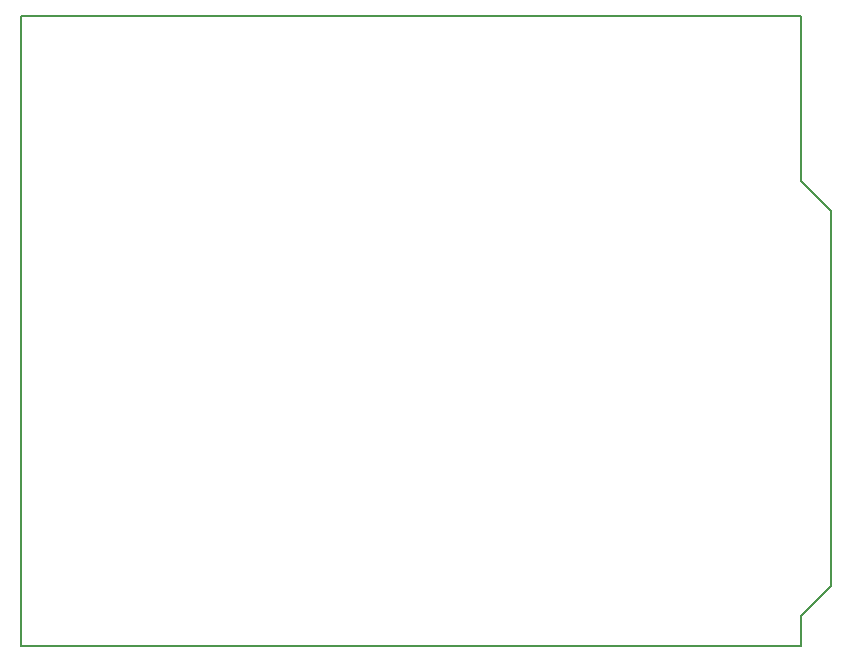
<source format=gm1>
G04 #@! TF.FileFunction,Profile,NP*
%FSLAX46Y46*%
G04 Gerber Fmt 4.6, Leading zero omitted, Abs format (unit mm)*
G04 Created by KiCad (PCBNEW 4.0.4+e1-6308~48~ubuntu16.04.1-stable) date Thu Sep 15 18:43:10 2016*
%MOMM*%
%LPD*%
G01*
G04 APERTURE LIST*
%ADD10C,0.100000*%
%ADD11C,0.150000*%
G04 APERTURE END LIST*
D10*
D11*
X0Y53340000D02*
X0Y0D01*
X66040000Y53340000D02*
X0Y53340000D01*
X66040000Y39370000D02*
X66040000Y53340000D01*
X68580000Y36830000D02*
X66040000Y39370000D01*
X68580000Y5080000D02*
X68580000Y36830000D01*
X66040000Y2540000D02*
X68580000Y5080000D01*
X66040000Y0D02*
X66040000Y2540000D01*
X0Y0D02*
X66040000Y0D01*
M02*

</source>
